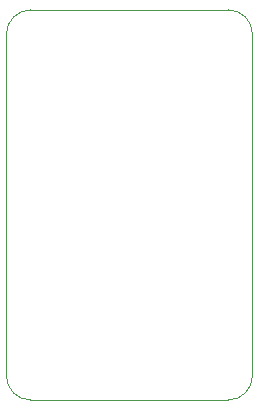
<source format=gm1>
G04 #@! TF.GenerationSoftware,KiCad,Pcbnew,(5.1.5)-3*
G04 #@! TF.CreationDate,2020-06-01T09:33:33-04:00*
G04 #@! TF.ProjectId,OpenUSB2Serial,4f70656e-5553-4423-9253-657269616c2e,rev?*
G04 #@! TF.SameCoordinates,Original*
G04 #@! TF.FileFunction,Profile,NP*
%FSLAX46Y46*%
G04 Gerber Fmt 4.6, Leading zero omitted, Abs format (unit mm)*
G04 Created by KiCad (PCBNEW (5.1.5)-3) date 2020-06-01 09:33:33*
%MOMM*%
%LPD*%
G04 APERTURE LIST*
%ADD10C,0.050000*%
G04 APERTURE END LIST*
D10*
X121793000Y-96393000D02*
G75*
G02X119761000Y-98425000I-2032000J0D01*
G01*
X102997000Y-98425000D02*
G75*
G02X100965000Y-96393000I0J2032000D01*
G01*
X100965000Y-67437000D02*
G75*
G02X102997000Y-65405000I2032000J0D01*
G01*
X119761000Y-65405000D02*
G75*
G02X121793000Y-67437000I0J-2032000D01*
G01*
X100965000Y-96393000D02*
X100965000Y-67437000D01*
X119761000Y-98425000D02*
X102997000Y-98425000D01*
X121793000Y-67437000D02*
X121793000Y-96393000D01*
X102997000Y-65405000D02*
X119761000Y-65405000D01*
M02*

</source>
